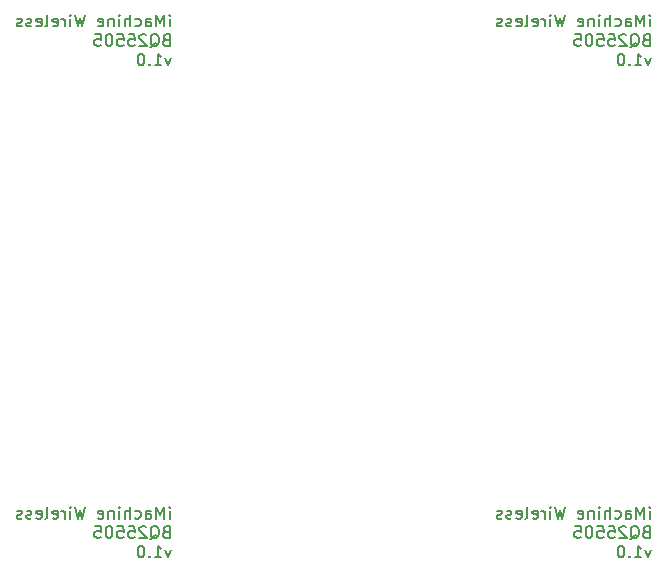
<source format=gbo>
G04 #@! TF.GenerationSoftware,KiCad,Pcbnew,(5.1.10)-1*
G04 #@! TF.CreationDate,2021-08-11T14:43:19-03:00*
G04 #@! TF.ProjectId,BQ25505,42513235-3530-4352-9e6b-696361645f70,rev?*
G04 #@! TF.SameCoordinates,Original*
G04 #@! TF.FileFunction,Legend,Bot*
G04 #@! TF.FilePolarity,Positive*
%FSLAX46Y46*%
G04 Gerber Fmt 4.6, Leading zero omitted, Abs format (unit mm)*
G04 Created by KiCad (PCBNEW (5.1.10)-1) date 2021-08-11 14:43:19*
%MOMM*%
%LPD*%
G01*
G04 APERTURE LIST*
%ADD10C,0.150000*%
%ADD11O,1.802000X1.802000*%
%ADD12C,0.610000*%
%ADD13C,3.102000*%
%ADD14O,3.102000X3.102000*%
G04 APERTURE END LIST*
D10*
X223946404Y-139522380D02*
X223946404Y-138855714D01*
X223946404Y-138522380D02*
X223994023Y-138570000D01*
X223946404Y-138617619D01*
X223898785Y-138570000D01*
X223946404Y-138522380D01*
X223946404Y-138617619D01*
X223470214Y-139522380D02*
X223470214Y-138522380D01*
X223136880Y-139236666D01*
X222803547Y-138522380D01*
X222803547Y-139522380D01*
X221898785Y-139522380D02*
X221898785Y-138998571D01*
X221946404Y-138903333D01*
X222041642Y-138855714D01*
X222232119Y-138855714D01*
X222327357Y-138903333D01*
X221898785Y-139474761D02*
X221994023Y-139522380D01*
X222232119Y-139522380D01*
X222327357Y-139474761D01*
X222374976Y-139379523D01*
X222374976Y-139284285D01*
X222327357Y-139189047D01*
X222232119Y-139141428D01*
X221994023Y-139141428D01*
X221898785Y-139093809D01*
X220994023Y-139474761D02*
X221089261Y-139522380D01*
X221279738Y-139522380D01*
X221374976Y-139474761D01*
X221422595Y-139427142D01*
X221470214Y-139331904D01*
X221470214Y-139046190D01*
X221422595Y-138950952D01*
X221374976Y-138903333D01*
X221279738Y-138855714D01*
X221089261Y-138855714D01*
X220994023Y-138903333D01*
X220565452Y-139522380D02*
X220565452Y-138522380D01*
X220136880Y-139522380D02*
X220136880Y-138998571D01*
X220184500Y-138903333D01*
X220279738Y-138855714D01*
X220422595Y-138855714D01*
X220517833Y-138903333D01*
X220565452Y-138950952D01*
X219660690Y-139522380D02*
X219660690Y-138855714D01*
X219660690Y-138522380D02*
X219708309Y-138570000D01*
X219660690Y-138617619D01*
X219613071Y-138570000D01*
X219660690Y-138522380D01*
X219660690Y-138617619D01*
X219184500Y-138855714D02*
X219184500Y-139522380D01*
X219184500Y-138950952D02*
X219136880Y-138903333D01*
X219041642Y-138855714D01*
X218898785Y-138855714D01*
X218803547Y-138903333D01*
X218755928Y-138998571D01*
X218755928Y-139522380D01*
X217898785Y-139474761D02*
X217994023Y-139522380D01*
X218184500Y-139522380D01*
X218279738Y-139474761D01*
X218327357Y-139379523D01*
X218327357Y-138998571D01*
X218279738Y-138903333D01*
X218184500Y-138855714D01*
X217994023Y-138855714D01*
X217898785Y-138903333D01*
X217851166Y-138998571D01*
X217851166Y-139093809D01*
X218327357Y-139189047D01*
X216755928Y-138522380D02*
X216517833Y-139522380D01*
X216327357Y-138808095D01*
X216136880Y-139522380D01*
X215898785Y-138522380D01*
X215517833Y-139522380D02*
X215517833Y-138855714D01*
X215517833Y-138522380D02*
X215565452Y-138570000D01*
X215517833Y-138617619D01*
X215470214Y-138570000D01*
X215517833Y-138522380D01*
X215517833Y-138617619D01*
X215041642Y-139522380D02*
X215041642Y-138855714D01*
X215041642Y-139046190D02*
X214994023Y-138950952D01*
X214946404Y-138903333D01*
X214851166Y-138855714D01*
X214755928Y-138855714D01*
X214041642Y-139474761D02*
X214136880Y-139522380D01*
X214327357Y-139522380D01*
X214422595Y-139474761D01*
X214470214Y-139379523D01*
X214470214Y-138998571D01*
X214422595Y-138903333D01*
X214327357Y-138855714D01*
X214136880Y-138855714D01*
X214041642Y-138903333D01*
X213994023Y-138998571D01*
X213994023Y-139093809D01*
X214470214Y-139189047D01*
X213422595Y-139522380D02*
X213517833Y-139474761D01*
X213565452Y-139379523D01*
X213565452Y-138522380D01*
X212660690Y-139474761D02*
X212755928Y-139522380D01*
X212946404Y-139522380D01*
X213041642Y-139474761D01*
X213089261Y-139379523D01*
X213089261Y-138998571D01*
X213041642Y-138903333D01*
X212946404Y-138855714D01*
X212755928Y-138855714D01*
X212660690Y-138903333D01*
X212613071Y-138998571D01*
X212613071Y-139093809D01*
X213089261Y-139189047D01*
X212232119Y-139474761D02*
X212136880Y-139522380D01*
X211946404Y-139522380D01*
X211851166Y-139474761D01*
X211803547Y-139379523D01*
X211803547Y-139331904D01*
X211851166Y-139236666D01*
X211946404Y-139189047D01*
X212089261Y-139189047D01*
X212184500Y-139141428D01*
X212232119Y-139046190D01*
X212232119Y-138998571D01*
X212184500Y-138903333D01*
X212089261Y-138855714D01*
X211946404Y-138855714D01*
X211851166Y-138903333D01*
X211422595Y-139474761D02*
X211327357Y-139522380D01*
X211136880Y-139522380D01*
X211041642Y-139474761D01*
X210994023Y-139379523D01*
X210994023Y-139331904D01*
X211041642Y-139236666D01*
X211136880Y-139189047D01*
X211279738Y-139189047D01*
X211374976Y-139141428D01*
X211422595Y-139046190D01*
X211422595Y-138998571D01*
X211374976Y-138903333D01*
X211279738Y-138855714D01*
X211136880Y-138855714D01*
X211041642Y-138903333D01*
X223613071Y-140648571D02*
X223470214Y-140696190D01*
X223422595Y-140743809D01*
X223374976Y-140839047D01*
X223374976Y-140981904D01*
X223422595Y-141077142D01*
X223470214Y-141124761D01*
X223565452Y-141172380D01*
X223946404Y-141172380D01*
X223946404Y-140172380D01*
X223613071Y-140172380D01*
X223517833Y-140220000D01*
X223470214Y-140267619D01*
X223422595Y-140362857D01*
X223422595Y-140458095D01*
X223470214Y-140553333D01*
X223517833Y-140600952D01*
X223613071Y-140648571D01*
X223946404Y-140648571D01*
X222279738Y-141267619D02*
X222374976Y-141220000D01*
X222470214Y-141124761D01*
X222613071Y-140981904D01*
X222708309Y-140934285D01*
X222803547Y-140934285D01*
X222755928Y-141172380D02*
X222851166Y-141124761D01*
X222946404Y-141029523D01*
X222994023Y-140839047D01*
X222994023Y-140505714D01*
X222946404Y-140315238D01*
X222851166Y-140220000D01*
X222755928Y-140172380D01*
X222565452Y-140172380D01*
X222470214Y-140220000D01*
X222374976Y-140315238D01*
X222327357Y-140505714D01*
X222327357Y-140839047D01*
X222374976Y-141029523D01*
X222470214Y-141124761D01*
X222565452Y-141172380D01*
X222755928Y-141172380D01*
X221946404Y-140267619D02*
X221898785Y-140220000D01*
X221803547Y-140172380D01*
X221565452Y-140172380D01*
X221470214Y-140220000D01*
X221422595Y-140267619D01*
X221374976Y-140362857D01*
X221374976Y-140458095D01*
X221422595Y-140600952D01*
X221994023Y-141172380D01*
X221374976Y-141172380D01*
X220470214Y-140172380D02*
X220946404Y-140172380D01*
X220994023Y-140648571D01*
X220946404Y-140600952D01*
X220851166Y-140553333D01*
X220613071Y-140553333D01*
X220517833Y-140600952D01*
X220470214Y-140648571D01*
X220422595Y-140743809D01*
X220422595Y-140981904D01*
X220470214Y-141077142D01*
X220517833Y-141124761D01*
X220613071Y-141172380D01*
X220851166Y-141172380D01*
X220946404Y-141124761D01*
X220994023Y-141077142D01*
X219517833Y-140172380D02*
X219994023Y-140172380D01*
X220041642Y-140648571D01*
X219994023Y-140600952D01*
X219898785Y-140553333D01*
X219660690Y-140553333D01*
X219565452Y-140600952D01*
X219517833Y-140648571D01*
X219470214Y-140743809D01*
X219470214Y-140981904D01*
X219517833Y-141077142D01*
X219565452Y-141124761D01*
X219660690Y-141172380D01*
X219898785Y-141172380D01*
X219994023Y-141124761D01*
X220041642Y-141077142D01*
X218851166Y-140172380D02*
X218755928Y-140172380D01*
X218660690Y-140220000D01*
X218613071Y-140267619D01*
X218565452Y-140362857D01*
X218517833Y-140553333D01*
X218517833Y-140791428D01*
X218565452Y-140981904D01*
X218613071Y-141077142D01*
X218660690Y-141124761D01*
X218755928Y-141172380D01*
X218851166Y-141172380D01*
X218946404Y-141124761D01*
X218994023Y-141077142D01*
X219041642Y-140981904D01*
X219089261Y-140791428D01*
X219089261Y-140553333D01*
X219041642Y-140362857D01*
X218994023Y-140267619D01*
X218946404Y-140220000D01*
X218851166Y-140172380D01*
X217613071Y-140172380D02*
X218089261Y-140172380D01*
X218136880Y-140648571D01*
X218089261Y-140600952D01*
X217994023Y-140553333D01*
X217755928Y-140553333D01*
X217660690Y-140600952D01*
X217613071Y-140648571D01*
X217565452Y-140743809D01*
X217565452Y-140981904D01*
X217613071Y-141077142D01*
X217660690Y-141124761D01*
X217755928Y-141172380D01*
X217994023Y-141172380D01*
X218089261Y-141124761D01*
X218136880Y-141077142D01*
X224041642Y-142155714D02*
X223803547Y-142822380D01*
X223565452Y-142155714D01*
X222660690Y-142822380D02*
X223232119Y-142822380D01*
X222946404Y-142822380D02*
X222946404Y-141822380D01*
X223041642Y-141965238D01*
X223136880Y-142060476D01*
X223232119Y-142108095D01*
X222232119Y-142727142D02*
X222184500Y-142774761D01*
X222232119Y-142822380D01*
X222279738Y-142774761D01*
X222232119Y-142727142D01*
X222232119Y-142822380D01*
X221565452Y-141822380D02*
X221470214Y-141822380D01*
X221374976Y-141870000D01*
X221327357Y-141917619D01*
X221279738Y-142012857D01*
X221232119Y-142203333D01*
X221232119Y-142441428D01*
X221279738Y-142631904D01*
X221327357Y-142727142D01*
X221374976Y-142774761D01*
X221470214Y-142822380D01*
X221565452Y-142822380D01*
X221660690Y-142774761D01*
X221708309Y-142727142D01*
X221755928Y-142631904D01*
X221803547Y-142441428D01*
X221803547Y-142203333D01*
X221755928Y-142012857D01*
X221708309Y-141917619D01*
X221660690Y-141870000D01*
X221565452Y-141822380D01*
X223946404Y-97862380D02*
X223946404Y-97195714D01*
X223946404Y-96862380D02*
X223994023Y-96910000D01*
X223946404Y-96957619D01*
X223898785Y-96910000D01*
X223946404Y-96862380D01*
X223946404Y-96957619D01*
X223470214Y-97862380D02*
X223470214Y-96862380D01*
X223136880Y-97576666D01*
X222803547Y-96862380D01*
X222803547Y-97862380D01*
X221898785Y-97862380D02*
X221898785Y-97338571D01*
X221946404Y-97243333D01*
X222041642Y-97195714D01*
X222232119Y-97195714D01*
X222327357Y-97243333D01*
X221898785Y-97814761D02*
X221994023Y-97862380D01*
X222232119Y-97862380D01*
X222327357Y-97814761D01*
X222374976Y-97719523D01*
X222374976Y-97624285D01*
X222327357Y-97529047D01*
X222232119Y-97481428D01*
X221994023Y-97481428D01*
X221898785Y-97433809D01*
X220994023Y-97814761D02*
X221089261Y-97862380D01*
X221279738Y-97862380D01*
X221374976Y-97814761D01*
X221422595Y-97767142D01*
X221470214Y-97671904D01*
X221470214Y-97386190D01*
X221422595Y-97290952D01*
X221374976Y-97243333D01*
X221279738Y-97195714D01*
X221089261Y-97195714D01*
X220994023Y-97243333D01*
X220565452Y-97862380D02*
X220565452Y-96862380D01*
X220136880Y-97862380D02*
X220136880Y-97338571D01*
X220184500Y-97243333D01*
X220279738Y-97195714D01*
X220422595Y-97195714D01*
X220517833Y-97243333D01*
X220565452Y-97290952D01*
X219660690Y-97862380D02*
X219660690Y-97195714D01*
X219660690Y-96862380D02*
X219708309Y-96910000D01*
X219660690Y-96957619D01*
X219613071Y-96910000D01*
X219660690Y-96862380D01*
X219660690Y-96957619D01*
X219184500Y-97195714D02*
X219184500Y-97862380D01*
X219184500Y-97290952D02*
X219136880Y-97243333D01*
X219041642Y-97195714D01*
X218898785Y-97195714D01*
X218803547Y-97243333D01*
X218755928Y-97338571D01*
X218755928Y-97862380D01*
X217898785Y-97814761D02*
X217994023Y-97862380D01*
X218184500Y-97862380D01*
X218279738Y-97814761D01*
X218327357Y-97719523D01*
X218327357Y-97338571D01*
X218279738Y-97243333D01*
X218184500Y-97195714D01*
X217994023Y-97195714D01*
X217898785Y-97243333D01*
X217851166Y-97338571D01*
X217851166Y-97433809D01*
X218327357Y-97529047D01*
X216755928Y-96862380D02*
X216517833Y-97862380D01*
X216327357Y-97148095D01*
X216136880Y-97862380D01*
X215898785Y-96862380D01*
X215517833Y-97862380D02*
X215517833Y-97195714D01*
X215517833Y-96862380D02*
X215565452Y-96910000D01*
X215517833Y-96957619D01*
X215470214Y-96910000D01*
X215517833Y-96862380D01*
X215517833Y-96957619D01*
X215041642Y-97862380D02*
X215041642Y-97195714D01*
X215041642Y-97386190D02*
X214994023Y-97290952D01*
X214946404Y-97243333D01*
X214851166Y-97195714D01*
X214755928Y-97195714D01*
X214041642Y-97814761D02*
X214136880Y-97862380D01*
X214327357Y-97862380D01*
X214422595Y-97814761D01*
X214470214Y-97719523D01*
X214470214Y-97338571D01*
X214422595Y-97243333D01*
X214327357Y-97195714D01*
X214136880Y-97195714D01*
X214041642Y-97243333D01*
X213994023Y-97338571D01*
X213994023Y-97433809D01*
X214470214Y-97529047D01*
X213422595Y-97862380D02*
X213517833Y-97814761D01*
X213565452Y-97719523D01*
X213565452Y-96862380D01*
X212660690Y-97814761D02*
X212755928Y-97862380D01*
X212946404Y-97862380D01*
X213041642Y-97814761D01*
X213089261Y-97719523D01*
X213089261Y-97338571D01*
X213041642Y-97243333D01*
X212946404Y-97195714D01*
X212755928Y-97195714D01*
X212660690Y-97243333D01*
X212613071Y-97338571D01*
X212613071Y-97433809D01*
X213089261Y-97529047D01*
X212232119Y-97814761D02*
X212136880Y-97862380D01*
X211946404Y-97862380D01*
X211851166Y-97814761D01*
X211803547Y-97719523D01*
X211803547Y-97671904D01*
X211851166Y-97576666D01*
X211946404Y-97529047D01*
X212089261Y-97529047D01*
X212184500Y-97481428D01*
X212232119Y-97386190D01*
X212232119Y-97338571D01*
X212184500Y-97243333D01*
X212089261Y-97195714D01*
X211946404Y-97195714D01*
X211851166Y-97243333D01*
X211422595Y-97814761D02*
X211327357Y-97862380D01*
X211136880Y-97862380D01*
X211041642Y-97814761D01*
X210994023Y-97719523D01*
X210994023Y-97671904D01*
X211041642Y-97576666D01*
X211136880Y-97529047D01*
X211279738Y-97529047D01*
X211374976Y-97481428D01*
X211422595Y-97386190D01*
X211422595Y-97338571D01*
X211374976Y-97243333D01*
X211279738Y-97195714D01*
X211136880Y-97195714D01*
X211041642Y-97243333D01*
X223613071Y-98988571D02*
X223470214Y-99036190D01*
X223422595Y-99083809D01*
X223374976Y-99179047D01*
X223374976Y-99321904D01*
X223422595Y-99417142D01*
X223470214Y-99464761D01*
X223565452Y-99512380D01*
X223946404Y-99512380D01*
X223946404Y-98512380D01*
X223613071Y-98512380D01*
X223517833Y-98560000D01*
X223470214Y-98607619D01*
X223422595Y-98702857D01*
X223422595Y-98798095D01*
X223470214Y-98893333D01*
X223517833Y-98940952D01*
X223613071Y-98988571D01*
X223946404Y-98988571D01*
X222279738Y-99607619D02*
X222374976Y-99560000D01*
X222470214Y-99464761D01*
X222613071Y-99321904D01*
X222708309Y-99274285D01*
X222803547Y-99274285D01*
X222755928Y-99512380D02*
X222851166Y-99464761D01*
X222946404Y-99369523D01*
X222994023Y-99179047D01*
X222994023Y-98845714D01*
X222946404Y-98655238D01*
X222851166Y-98560000D01*
X222755928Y-98512380D01*
X222565452Y-98512380D01*
X222470214Y-98560000D01*
X222374976Y-98655238D01*
X222327357Y-98845714D01*
X222327357Y-99179047D01*
X222374976Y-99369523D01*
X222470214Y-99464761D01*
X222565452Y-99512380D01*
X222755928Y-99512380D01*
X221946404Y-98607619D02*
X221898785Y-98560000D01*
X221803547Y-98512380D01*
X221565452Y-98512380D01*
X221470214Y-98560000D01*
X221422595Y-98607619D01*
X221374976Y-98702857D01*
X221374976Y-98798095D01*
X221422595Y-98940952D01*
X221994023Y-99512380D01*
X221374976Y-99512380D01*
X220470214Y-98512380D02*
X220946404Y-98512380D01*
X220994023Y-98988571D01*
X220946404Y-98940952D01*
X220851166Y-98893333D01*
X220613071Y-98893333D01*
X220517833Y-98940952D01*
X220470214Y-98988571D01*
X220422595Y-99083809D01*
X220422595Y-99321904D01*
X220470214Y-99417142D01*
X220517833Y-99464761D01*
X220613071Y-99512380D01*
X220851166Y-99512380D01*
X220946404Y-99464761D01*
X220994023Y-99417142D01*
X219517833Y-98512380D02*
X219994023Y-98512380D01*
X220041642Y-98988571D01*
X219994023Y-98940952D01*
X219898785Y-98893333D01*
X219660690Y-98893333D01*
X219565452Y-98940952D01*
X219517833Y-98988571D01*
X219470214Y-99083809D01*
X219470214Y-99321904D01*
X219517833Y-99417142D01*
X219565452Y-99464761D01*
X219660690Y-99512380D01*
X219898785Y-99512380D01*
X219994023Y-99464761D01*
X220041642Y-99417142D01*
X218851166Y-98512380D02*
X218755928Y-98512380D01*
X218660690Y-98560000D01*
X218613071Y-98607619D01*
X218565452Y-98702857D01*
X218517833Y-98893333D01*
X218517833Y-99131428D01*
X218565452Y-99321904D01*
X218613071Y-99417142D01*
X218660690Y-99464761D01*
X218755928Y-99512380D01*
X218851166Y-99512380D01*
X218946404Y-99464761D01*
X218994023Y-99417142D01*
X219041642Y-99321904D01*
X219089261Y-99131428D01*
X219089261Y-98893333D01*
X219041642Y-98702857D01*
X218994023Y-98607619D01*
X218946404Y-98560000D01*
X218851166Y-98512380D01*
X217613071Y-98512380D02*
X218089261Y-98512380D01*
X218136880Y-98988571D01*
X218089261Y-98940952D01*
X217994023Y-98893333D01*
X217755928Y-98893333D01*
X217660690Y-98940952D01*
X217613071Y-98988571D01*
X217565452Y-99083809D01*
X217565452Y-99321904D01*
X217613071Y-99417142D01*
X217660690Y-99464761D01*
X217755928Y-99512380D01*
X217994023Y-99512380D01*
X218089261Y-99464761D01*
X218136880Y-99417142D01*
X224041642Y-100495714D02*
X223803547Y-101162380D01*
X223565452Y-100495714D01*
X222660690Y-101162380D02*
X223232119Y-101162380D01*
X222946404Y-101162380D02*
X222946404Y-100162380D01*
X223041642Y-100305238D01*
X223136880Y-100400476D01*
X223232119Y-100448095D01*
X222232119Y-101067142D02*
X222184500Y-101114761D01*
X222232119Y-101162380D01*
X222279738Y-101114761D01*
X222232119Y-101067142D01*
X222232119Y-101162380D01*
X221565452Y-100162380D02*
X221470214Y-100162380D01*
X221374976Y-100210000D01*
X221327357Y-100257619D01*
X221279738Y-100352857D01*
X221232119Y-100543333D01*
X221232119Y-100781428D01*
X221279738Y-100971904D01*
X221327357Y-101067142D01*
X221374976Y-101114761D01*
X221470214Y-101162380D01*
X221565452Y-101162380D01*
X221660690Y-101114761D01*
X221708309Y-101067142D01*
X221755928Y-100971904D01*
X221803547Y-100781428D01*
X221803547Y-100543333D01*
X221755928Y-100352857D01*
X221708309Y-100257619D01*
X221660690Y-100210000D01*
X221565452Y-100162380D01*
X183306404Y-139522380D02*
X183306404Y-138855714D01*
X183306404Y-138522380D02*
X183354023Y-138570000D01*
X183306404Y-138617619D01*
X183258785Y-138570000D01*
X183306404Y-138522380D01*
X183306404Y-138617619D01*
X182830214Y-139522380D02*
X182830214Y-138522380D01*
X182496880Y-139236666D01*
X182163547Y-138522380D01*
X182163547Y-139522380D01*
X181258785Y-139522380D02*
X181258785Y-138998571D01*
X181306404Y-138903333D01*
X181401642Y-138855714D01*
X181592119Y-138855714D01*
X181687357Y-138903333D01*
X181258785Y-139474761D02*
X181354023Y-139522380D01*
X181592119Y-139522380D01*
X181687357Y-139474761D01*
X181734976Y-139379523D01*
X181734976Y-139284285D01*
X181687357Y-139189047D01*
X181592119Y-139141428D01*
X181354023Y-139141428D01*
X181258785Y-139093809D01*
X180354023Y-139474761D02*
X180449261Y-139522380D01*
X180639738Y-139522380D01*
X180734976Y-139474761D01*
X180782595Y-139427142D01*
X180830214Y-139331904D01*
X180830214Y-139046190D01*
X180782595Y-138950952D01*
X180734976Y-138903333D01*
X180639738Y-138855714D01*
X180449261Y-138855714D01*
X180354023Y-138903333D01*
X179925452Y-139522380D02*
X179925452Y-138522380D01*
X179496880Y-139522380D02*
X179496880Y-138998571D01*
X179544500Y-138903333D01*
X179639738Y-138855714D01*
X179782595Y-138855714D01*
X179877833Y-138903333D01*
X179925452Y-138950952D01*
X179020690Y-139522380D02*
X179020690Y-138855714D01*
X179020690Y-138522380D02*
X179068309Y-138570000D01*
X179020690Y-138617619D01*
X178973071Y-138570000D01*
X179020690Y-138522380D01*
X179020690Y-138617619D01*
X178544500Y-138855714D02*
X178544500Y-139522380D01*
X178544500Y-138950952D02*
X178496880Y-138903333D01*
X178401642Y-138855714D01*
X178258785Y-138855714D01*
X178163547Y-138903333D01*
X178115928Y-138998571D01*
X178115928Y-139522380D01*
X177258785Y-139474761D02*
X177354023Y-139522380D01*
X177544500Y-139522380D01*
X177639738Y-139474761D01*
X177687357Y-139379523D01*
X177687357Y-138998571D01*
X177639738Y-138903333D01*
X177544500Y-138855714D01*
X177354023Y-138855714D01*
X177258785Y-138903333D01*
X177211166Y-138998571D01*
X177211166Y-139093809D01*
X177687357Y-139189047D01*
X176115928Y-138522380D02*
X175877833Y-139522380D01*
X175687357Y-138808095D01*
X175496880Y-139522380D01*
X175258785Y-138522380D01*
X174877833Y-139522380D02*
X174877833Y-138855714D01*
X174877833Y-138522380D02*
X174925452Y-138570000D01*
X174877833Y-138617619D01*
X174830214Y-138570000D01*
X174877833Y-138522380D01*
X174877833Y-138617619D01*
X174401642Y-139522380D02*
X174401642Y-138855714D01*
X174401642Y-139046190D02*
X174354023Y-138950952D01*
X174306404Y-138903333D01*
X174211166Y-138855714D01*
X174115928Y-138855714D01*
X173401642Y-139474761D02*
X173496880Y-139522380D01*
X173687357Y-139522380D01*
X173782595Y-139474761D01*
X173830214Y-139379523D01*
X173830214Y-138998571D01*
X173782595Y-138903333D01*
X173687357Y-138855714D01*
X173496880Y-138855714D01*
X173401642Y-138903333D01*
X173354023Y-138998571D01*
X173354023Y-139093809D01*
X173830214Y-139189047D01*
X172782595Y-139522380D02*
X172877833Y-139474761D01*
X172925452Y-139379523D01*
X172925452Y-138522380D01*
X172020690Y-139474761D02*
X172115928Y-139522380D01*
X172306404Y-139522380D01*
X172401642Y-139474761D01*
X172449261Y-139379523D01*
X172449261Y-138998571D01*
X172401642Y-138903333D01*
X172306404Y-138855714D01*
X172115928Y-138855714D01*
X172020690Y-138903333D01*
X171973071Y-138998571D01*
X171973071Y-139093809D01*
X172449261Y-139189047D01*
X171592119Y-139474761D02*
X171496880Y-139522380D01*
X171306404Y-139522380D01*
X171211166Y-139474761D01*
X171163547Y-139379523D01*
X171163547Y-139331904D01*
X171211166Y-139236666D01*
X171306404Y-139189047D01*
X171449261Y-139189047D01*
X171544500Y-139141428D01*
X171592119Y-139046190D01*
X171592119Y-138998571D01*
X171544500Y-138903333D01*
X171449261Y-138855714D01*
X171306404Y-138855714D01*
X171211166Y-138903333D01*
X170782595Y-139474761D02*
X170687357Y-139522380D01*
X170496880Y-139522380D01*
X170401642Y-139474761D01*
X170354023Y-139379523D01*
X170354023Y-139331904D01*
X170401642Y-139236666D01*
X170496880Y-139189047D01*
X170639738Y-139189047D01*
X170734976Y-139141428D01*
X170782595Y-139046190D01*
X170782595Y-138998571D01*
X170734976Y-138903333D01*
X170639738Y-138855714D01*
X170496880Y-138855714D01*
X170401642Y-138903333D01*
X182973071Y-140648571D02*
X182830214Y-140696190D01*
X182782595Y-140743809D01*
X182734976Y-140839047D01*
X182734976Y-140981904D01*
X182782595Y-141077142D01*
X182830214Y-141124761D01*
X182925452Y-141172380D01*
X183306404Y-141172380D01*
X183306404Y-140172380D01*
X182973071Y-140172380D01*
X182877833Y-140220000D01*
X182830214Y-140267619D01*
X182782595Y-140362857D01*
X182782595Y-140458095D01*
X182830214Y-140553333D01*
X182877833Y-140600952D01*
X182973071Y-140648571D01*
X183306404Y-140648571D01*
X181639738Y-141267619D02*
X181734976Y-141220000D01*
X181830214Y-141124761D01*
X181973071Y-140981904D01*
X182068309Y-140934285D01*
X182163547Y-140934285D01*
X182115928Y-141172380D02*
X182211166Y-141124761D01*
X182306404Y-141029523D01*
X182354023Y-140839047D01*
X182354023Y-140505714D01*
X182306404Y-140315238D01*
X182211166Y-140220000D01*
X182115928Y-140172380D01*
X181925452Y-140172380D01*
X181830214Y-140220000D01*
X181734976Y-140315238D01*
X181687357Y-140505714D01*
X181687357Y-140839047D01*
X181734976Y-141029523D01*
X181830214Y-141124761D01*
X181925452Y-141172380D01*
X182115928Y-141172380D01*
X181306404Y-140267619D02*
X181258785Y-140220000D01*
X181163547Y-140172380D01*
X180925452Y-140172380D01*
X180830214Y-140220000D01*
X180782595Y-140267619D01*
X180734976Y-140362857D01*
X180734976Y-140458095D01*
X180782595Y-140600952D01*
X181354023Y-141172380D01*
X180734976Y-141172380D01*
X179830214Y-140172380D02*
X180306404Y-140172380D01*
X180354023Y-140648571D01*
X180306404Y-140600952D01*
X180211166Y-140553333D01*
X179973071Y-140553333D01*
X179877833Y-140600952D01*
X179830214Y-140648571D01*
X179782595Y-140743809D01*
X179782595Y-140981904D01*
X179830214Y-141077142D01*
X179877833Y-141124761D01*
X179973071Y-141172380D01*
X180211166Y-141172380D01*
X180306404Y-141124761D01*
X180354023Y-141077142D01*
X178877833Y-140172380D02*
X179354023Y-140172380D01*
X179401642Y-140648571D01*
X179354023Y-140600952D01*
X179258785Y-140553333D01*
X179020690Y-140553333D01*
X178925452Y-140600952D01*
X178877833Y-140648571D01*
X178830214Y-140743809D01*
X178830214Y-140981904D01*
X178877833Y-141077142D01*
X178925452Y-141124761D01*
X179020690Y-141172380D01*
X179258785Y-141172380D01*
X179354023Y-141124761D01*
X179401642Y-141077142D01*
X178211166Y-140172380D02*
X178115928Y-140172380D01*
X178020690Y-140220000D01*
X177973071Y-140267619D01*
X177925452Y-140362857D01*
X177877833Y-140553333D01*
X177877833Y-140791428D01*
X177925452Y-140981904D01*
X177973071Y-141077142D01*
X178020690Y-141124761D01*
X178115928Y-141172380D01*
X178211166Y-141172380D01*
X178306404Y-141124761D01*
X178354023Y-141077142D01*
X178401642Y-140981904D01*
X178449261Y-140791428D01*
X178449261Y-140553333D01*
X178401642Y-140362857D01*
X178354023Y-140267619D01*
X178306404Y-140220000D01*
X178211166Y-140172380D01*
X176973071Y-140172380D02*
X177449261Y-140172380D01*
X177496880Y-140648571D01*
X177449261Y-140600952D01*
X177354023Y-140553333D01*
X177115928Y-140553333D01*
X177020690Y-140600952D01*
X176973071Y-140648571D01*
X176925452Y-140743809D01*
X176925452Y-140981904D01*
X176973071Y-141077142D01*
X177020690Y-141124761D01*
X177115928Y-141172380D01*
X177354023Y-141172380D01*
X177449261Y-141124761D01*
X177496880Y-141077142D01*
X183401642Y-142155714D02*
X183163547Y-142822380D01*
X182925452Y-142155714D01*
X182020690Y-142822380D02*
X182592119Y-142822380D01*
X182306404Y-142822380D02*
X182306404Y-141822380D01*
X182401642Y-141965238D01*
X182496880Y-142060476D01*
X182592119Y-142108095D01*
X181592119Y-142727142D02*
X181544500Y-142774761D01*
X181592119Y-142822380D01*
X181639738Y-142774761D01*
X181592119Y-142727142D01*
X181592119Y-142822380D01*
X180925452Y-141822380D02*
X180830214Y-141822380D01*
X180734976Y-141870000D01*
X180687357Y-141917619D01*
X180639738Y-142012857D01*
X180592119Y-142203333D01*
X180592119Y-142441428D01*
X180639738Y-142631904D01*
X180687357Y-142727142D01*
X180734976Y-142774761D01*
X180830214Y-142822380D01*
X180925452Y-142822380D01*
X181020690Y-142774761D01*
X181068309Y-142727142D01*
X181115928Y-142631904D01*
X181163547Y-142441428D01*
X181163547Y-142203333D01*
X181115928Y-142012857D01*
X181068309Y-141917619D01*
X181020690Y-141870000D01*
X180925452Y-141822380D01*
X183306404Y-97862380D02*
X183306404Y-97195714D01*
X183306404Y-96862380D02*
X183354023Y-96910000D01*
X183306404Y-96957619D01*
X183258785Y-96910000D01*
X183306404Y-96862380D01*
X183306404Y-96957619D01*
X182830214Y-97862380D02*
X182830214Y-96862380D01*
X182496880Y-97576666D01*
X182163547Y-96862380D01*
X182163547Y-97862380D01*
X181258785Y-97862380D02*
X181258785Y-97338571D01*
X181306404Y-97243333D01*
X181401642Y-97195714D01*
X181592119Y-97195714D01*
X181687357Y-97243333D01*
X181258785Y-97814761D02*
X181354023Y-97862380D01*
X181592119Y-97862380D01*
X181687357Y-97814761D01*
X181734976Y-97719523D01*
X181734976Y-97624285D01*
X181687357Y-97529047D01*
X181592119Y-97481428D01*
X181354023Y-97481428D01*
X181258785Y-97433809D01*
X180354023Y-97814761D02*
X180449261Y-97862380D01*
X180639738Y-97862380D01*
X180734976Y-97814761D01*
X180782595Y-97767142D01*
X180830214Y-97671904D01*
X180830214Y-97386190D01*
X180782595Y-97290952D01*
X180734976Y-97243333D01*
X180639738Y-97195714D01*
X180449261Y-97195714D01*
X180354023Y-97243333D01*
X179925452Y-97862380D02*
X179925452Y-96862380D01*
X179496880Y-97862380D02*
X179496880Y-97338571D01*
X179544500Y-97243333D01*
X179639738Y-97195714D01*
X179782595Y-97195714D01*
X179877833Y-97243333D01*
X179925452Y-97290952D01*
X179020690Y-97862380D02*
X179020690Y-97195714D01*
X179020690Y-96862380D02*
X179068309Y-96910000D01*
X179020690Y-96957619D01*
X178973071Y-96910000D01*
X179020690Y-96862380D01*
X179020690Y-96957619D01*
X178544500Y-97195714D02*
X178544500Y-97862380D01*
X178544500Y-97290952D02*
X178496880Y-97243333D01*
X178401642Y-97195714D01*
X178258785Y-97195714D01*
X178163547Y-97243333D01*
X178115928Y-97338571D01*
X178115928Y-97862380D01*
X177258785Y-97814761D02*
X177354023Y-97862380D01*
X177544500Y-97862380D01*
X177639738Y-97814761D01*
X177687357Y-97719523D01*
X177687357Y-97338571D01*
X177639738Y-97243333D01*
X177544500Y-97195714D01*
X177354023Y-97195714D01*
X177258785Y-97243333D01*
X177211166Y-97338571D01*
X177211166Y-97433809D01*
X177687357Y-97529047D01*
X176115928Y-96862380D02*
X175877833Y-97862380D01*
X175687357Y-97148095D01*
X175496880Y-97862380D01*
X175258785Y-96862380D01*
X174877833Y-97862380D02*
X174877833Y-97195714D01*
X174877833Y-96862380D02*
X174925452Y-96910000D01*
X174877833Y-96957619D01*
X174830214Y-96910000D01*
X174877833Y-96862380D01*
X174877833Y-96957619D01*
X174401642Y-97862380D02*
X174401642Y-97195714D01*
X174401642Y-97386190D02*
X174354023Y-97290952D01*
X174306404Y-97243333D01*
X174211166Y-97195714D01*
X174115928Y-97195714D01*
X173401642Y-97814761D02*
X173496880Y-97862380D01*
X173687357Y-97862380D01*
X173782595Y-97814761D01*
X173830214Y-97719523D01*
X173830214Y-97338571D01*
X173782595Y-97243333D01*
X173687357Y-97195714D01*
X173496880Y-97195714D01*
X173401642Y-97243333D01*
X173354023Y-97338571D01*
X173354023Y-97433809D01*
X173830214Y-97529047D01*
X172782595Y-97862380D02*
X172877833Y-97814761D01*
X172925452Y-97719523D01*
X172925452Y-96862380D01*
X172020690Y-97814761D02*
X172115928Y-97862380D01*
X172306404Y-97862380D01*
X172401642Y-97814761D01*
X172449261Y-97719523D01*
X172449261Y-97338571D01*
X172401642Y-97243333D01*
X172306404Y-97195714D01*
X172115928Y-97195714D01*
X172020690Y-97243333D01*
X171973071Y-97338571D01*
X171973071Y-97433809D01*
X172449261Y-97529047D01*
X171592119Y-97814761D02*
X171496880Y-97862380D01*
X171306404Y-97862380D01*
X171211166Y-97814761D01*
X171163547Y-97719523D01*
X171163547Y-97671904D01*
X171211166Y-97576666D01*
X171306404Y-97529047D01*
X171449261Y-97529047D01*
X171544500Y-97481428D01*
X171592119Y-97386190D01*
X171592119Y-97338571D01*
X171544500Y-97243333D01*
X171449261Y-97195714D01*
X171306404Y-97195714D01*
X171211166Y-97243333D01*
X170782595Y-97814761D02*
X170687357Y-97862380D01*
X170496880Y-97862380D01*
X170401642Y-97814761D01*
X170354023Y-97719523D01*
X170354023Y-97671904D01*
X170401642Y-97576666D01*
X170496880Y-97529047D01*
X170639738Y-97529047D01*
X170734976Y-97481428D01*
X170782595Y-97386190D01*
X170782595Y-97338571D01*
X170734976Y-97243333D01*
X170639738Y-97195714D01*
X170496880Y-97195714D01*
X170401642Y-97243333D01*
X182973071Y-98988571D02*
X182830214Y-99036190D01*
X182782595Y-99083809D01*
X182734976Y-99179047D01*
X182734976Y-99321904D01*
X182782595Y-99417142D01*
X182830214Y-99464761D01*
X182925452Y-99512380D01*
X183306404Y-99512380D01*
X183306404Y-98512380D01*
X182973071Y-98512380D01*
X182877833Y-98560000D01*
X182830214Y-98607619D01*
X182782595Y-98702857D01*
X182782595Y-98798095D01*
X182830214Y-98893333D01*
X182877833Y-98940952D01*
X182973071Y-98988571D01*
X183306404Y-98988571D01*
X181639738Y-99607619D02*
X181734976Y-99560000D01*
X181830214Y-99464761D01*
X181973071Y-99321904D01*
X182068309Y-99274285D01*
X182163547Y-99274285D01*
X182115928Y-99512380D02*
X182211166Y-99464761D01*
X182306404Y-99369523D01*
X182354023Y-99179047D01*
X182354023Y-98845714D01*
X182306404Y-98655238D01*
X182211166Y-98560000D01*
X182115928Y-98512380D01*
X181925452Y-98512380D01*
X181830214Y-98560000D01*
X181734976Y-98655238D01*
X181687357Y-98845714D01*
X181687357Y-99179047D01*
X181734976Y-99369523D01*
X181830214Y-99464761D01*
X181925452Y-99512380D01*
X182115928Y-99512380D01*
X181306404Y-98607619D02*
X181258785Y-98560000D01*
X181163547Y-98512380D01*
X180925452Y-98512380D01*
X180830214Y-98560000D01*
X180782595Y-98607619D01*
X180734976Y-98702857D01*
X180734976Y-98798095D01*
X180782595Y-98940952D01*
X181354023Y-99512380D01*
X180734976Y-99512380D01*
X179830214Y-98512380D02*
X180306404Y-98512380D01*
X180354023Y-98988571D01*
X180306404Y-98940952D01*
X180211166Y-98893333D01*
X179973071Y-98893333D01*
X179877833Y-98940952D01*
X179830214Y-98988571D01*
X179782595Y-99083809D01*
X179782595Y-99321904D01*
X179830214Y-99417142D01*
X179877833Y-99464761D01*
X179973071Y-99512380D01*
X180211166Y-99512380D01*
X180306404Y-99464761D01*
X180354023Y-99417142D01*
X178877833Y-98512380D02*
X179354023Y-98512380D01*
X179401642Y-98988571D01*
X179354023Y-98940952D01*
X179258785Y-98893333D01*
X179020690Y-98893333D01*
X178925452Y-98940952D01*
X178877833Y-98988571D01*
X178830214Y-99083809D01*
X178830214Y-99321904D01*
X178877833Y-99417142D01*
X178925452Y-99464761D01*
X179020690Y-99512380D01*
X179258785Y-99512380D01*
X179354023Y-99464761D01*
X179401642Y-99417142D01*
X178211166Y-98512380D02*
X178115928Y-98512380D01*
X178020690Y-98560000D01*
X177973071Y-98607619D01*
X177925452Y-98702857D01*
X177877833Y-98893333D01*
X177877833Y-99131428D01*
X177925452Y-99321904D01*
X177973071Y-99417142D01*
X178020690Y-99464761D01*
X178115928Y-99512380D01*
X178211166Y-99512380D01*
X178306404Y-99464761D01*
X178354023Y-99417142D01*
X178401642Y-99321904D01*
X178449261Y-99131428D01*
X178449261Y-98893333D01*
X178401642Y-98702857D01*
X178354023Y-98607619D01*
X178306404Y-98560000D01*
X178211166Y-98512380D01*
X176973071Y-98512380D02*
X177449261Y-98512380D01*
X177496880Y-98988571D01*
X177449261Y-98940952D01*
X177354023Y-98893333D01*
X177115928Y-98893333D01*
X177020690Y-98940952D01*
X176973071Y-98988571D01*
X176925452Y-99083809D01*
X176925452Y-99321904D01*
X176973071Y-99417142D01*
X177020690Y-99464761D01*
X177115928Y-99512380D01*
X177354023Y-99512380D01*
X177449261Y-99464761D01*
X177496880Y-99417142D01*
X183401642Y-100495714D02*
X183163547Y-101162380D01*
X182925452Y-100495714D01*
X182020690Y-101162380D02*
X182592119Y-101162380D01*
X182306404Y-101162380D02*
X182306404Y-100162380D01*
X182401642Y-100305238D01*
X182496880Y-100400476D01*
X182592119Y-100448095D01*
X181592119Y-101067142D02*
X181544500Y-101114761D01*
X181592119Y-101162380D01*
X181639738Y-101114761D01*
X181592119Y-101067142D01*
X181592119Y-101162380D01*
X180925452Y-100162380D02*
X180830214Y-100162380D01*
X180734976Y-100210000D01*
X180687357Y-100257619D01*
X180639738Y-100352857D01*
X180592119Y-100543333D01*
X180592119Y-100781428D01*
X180639738Y-100971904D01*
X180687357Y-101067142D01*
X180734976Y-101114761D01*
X180830214Y-101162380D01*
X180925452Y-101162380D01*
X181020690Y-101114761D01*
X181068309Y-101067142D01*
X181115928Y-100971904D01*
X181163547Y-100781428D01*
X181163547Y-100543333D01*
X181115928Y-100352857D01*
X181068309Y-100257619D01*
X181020690Y-100210000D01*
X180925452Y-100162380D01*
%LPC*%
G36*
G01*
X228054800Y-134434200D02*
X229754800Y-134434200D01*
G75*
G02*
X229805800Y-134485200I0J-51000D01*
G01*
X229805800Y-136185200D01*
G75*
G02*
X229754800Y-136236200I-51000J0D01*
G01*
X228054800Y-136236200D01*
G75*
G02*
X228003800Y-136185200I0J51000D01*
G01*
X228003800Y-134485200D01*
G75*
G02*
X228054800Y-134434200I51000J0D01*
G01*
G37*
D11*
X226364800Y-135335200D03*
G36*
G01*
X228054800Y-92774200D02*
X229754800Y-92774200D01*
G75*
G02*
X229805800Y-92825200I0J-51000D01*
G01*
X229805800Y-94525200D01*
G75*
G02*
X229754800Y-94576200I-51000J0D01*
G01*
X228054800Y-94576200D01*
G75*
G02*
X228003800Y-94525200I0J51000D01*
G01*
X228003800Y-92825200D01*
G75*
G02*
X228054800Y-92774200I51000J0D01*
G01*
G37*
X226364800Y-93675200D03*
G36*
G01*
X187414800Y-134434200D02*
X189114800Y-134434200D01*
G75*
G02*
X189165800Y-134485200I0J-51000D01*
G01*
X189165800Y-136185200D01*
G75*
G02*
X189114800Y-136236200I-51000J0D01*
G01*
X187414800Y-136236200D01*
G75*
G02*
X187363800Y-136185200I0J51000D01*
G01*
X187363800Y-134485200D01*
G75*
G02*
X187414800Y-134434200I51000J0D01*
G01*
G37*
X185724800Y-135335200D03*
G36*
G01*
X199556000Y-134434200D02*
X201256000Y-134434200D01*
G75*
G02*
X201307000Y-134485200I0J-51000D01*
G01*
X201307000Y-136185200D01*
G75*
G02*
X201256000Y-136236200I-51000J0D01*
G01*
X199556000Y-136236200D01*
G75*
G02*
X199505000Y-136185200I0J51000D01*
G01*
X199505000Y-134485200D01*
G75*
G02*
X199556000Y-134434200I51000J0D01*
G01*
G37*
X197866000Y-135335200D03*
G36*
G01*
X199556000Y-92774200D02*
X201256000Y-92774200D01*
G75*
G02*
X201307000Y-92825200I0J-51000D01*
G01*
X201307000Y-94525200D01*
G75*
G02*
X201256000Y-94576200I-51000J0D01*
G01*
X199556000Y-94576200D01*
G75*
G02*
X199505000Y-94525200I0J51000D01*
G01*
X199505000Y-92825200D01*
G75*
G02*
X199556000Y-92774200I51000J0D01*
G01*
G37*
X197866000Y-93675200D03*
G36*
G01*
X158916000Y-134434200D02*
X160616000Y-134434200D01*
G75*
G02*
X160667000Y-134485200I0J-51000D01*
G01*
X160667000Y-136185200D01*
G75*
G02*
X160616000Y-136236200I-51000J0D01*
G01*
X158916000Y-136236200D01*
G75*
G02*
X158865000Y-136185200I0J51000D01*
G01*
X158865000Y-134485200D01*
G75*
G02*
X158916000Y-134434200I51000J0D01*
G01*
G37*
X157226000Y-135335200D03*
G36*
G01*
X229793100Y-155300500D02*
X229793100Y-157000500D01*
G75*
G02*
X229742100Y-157051500I-51000J0D01*
G01*
X228042100Y-157051500D01*
G75*
G02*
X227991100Y-157000500I0J51000D01*
G01*
X227991100Y-155300500D01*
G75*
G02*
X228042100Y-155249500I51000J0D01*
G01*
X229742100Y-155249500D01*
G75*
G02*
X229793100Y-155300500I0J-51000D01*
G01*
G37*
X228892100Y-153610500D03*
X228892100Y-151070500D03*
G36*
G01*
X229793100Y-113640500D02*
X229793100Y-115340500D01*
G75*
G02*
X229742100Y-115391500I-51000J0D01*
G01*
X228042100Y-115391500D01*
G75*
G02*
X227991100Y-115340500I0J51000D01*
G01*
X227991100Y-113640500D01*
G75*
G02*
X228042100Y-113589500I51000J0D01*
G01*
X229742100Y-113589500D01*
G75*
G02*
X229793100Y-113640500I0J-51000D01*
G01*
G37*
X228892100Y-111950500D03*
X228892100Y-109410500D03*
G36*
G01*
X189153100Y-155300500D02*
X189153100Y-157000500D01*
G75*
G02*
X189102100Y-157051500I-51000J0D01*
G01*
X187402100Y-157051500D01*
G75*
G02*
X187351100Y-157000500I0J51000D01*
G01*
X187351100Y-155300500D01*
G75*
G02*
X187402100Y-155249500I51000J0D01*
G01*
X189102100Y-155249500D01*
G75*
G02*
X189153100Y-155300500I0J-51000D01*
G01*
G37*
X188252100Y-153610500D03*
X188252100Y-151070500D03*
G36*
G01*
X205855200Y-134434200D02*
X207555200Y-134434200D01*
G75*
G02*
X207606200Y-134485200I0J-51000D01*
G01*
X207606200Y-136185200D01*
G75*
G02*
X207555200Y-136236200I-51000J0D01*
G01*
X205855200Y-136236200D01*
G75*
G02*
X205804200Y-136185200I0J51000D01*
G01*
X205804200Y-134485200D01*
G75*
G02*
X205855200Y-134434200I51000J0D01*
G01*
G37*
X204165200Y-135335200D03*
G36*
G01*
X205855200Y-92774200D02*
X207555200Y-92774200D01*
G75*
G02*
X207606200Y-92825200I0J-51000D01*
G01*
X207606200Y-94525200D01*
G75*
G02*
X207555200Y-94576200I-51000J0D01*
G01*
X205855200Y-94576200D01*
G75*
G02*
X205804200Y-94525200I0J51000D01*
G01*
X205804200Y-92825200D01*
G75*
G02*
X205855200Y-92774200I51000J0D01*
G01*
G37*
X204165200Y-93675200D03*
G36*
G01*
X165215200Y-134434200D02*
X166915200Y-134434200D01*
G75*
G02*
X166966200Y-134485200I0J-51000D01*
G01*
X166966200Y-136185200D01*
G75*
G02*
X166915200Y-136236200I-51000J0D01*
G01*
X165215200Y-136236200D01*
G75*
G02*
X165164200Y-136185200I0J51000D01*
G01*
X165164200Y-134485200D01*
G75*
G02*
X165215200Y-134434200I51000J0D01*
G01*
G37*
X163525200Y-135335200D03*
X210464400Y-135335200D03*
X213004400Y-135335200D03*
G36*
G01*
X214694400Y-134434200D02*
X216394400Y-134434200D01*
G75*
G02*
X216445400Y-134485200I0J-51000D01*
G01*
X216445400Y-136185200D01*
G75*
G02*
X216394400Y-136236200I-51000J0D01*
G01*
X214694400Y-136236200D01*
G75*
G02*
X214643400Y-136185200I0J51000D01*
G01*
X214643400Y-134485200D01*
G75*
G02*
X214694400Y-134434200I51000J0D01*
G01*
G37*
X210464400Y-93675200D03*
X213004400Y-93675200D03*
G36*
G01*
X214694400Y-92774200D02*
X216394400Y-92774200D01*
G75*
G02*
X216445400Y-92825200I0J-51000D01*
G01*
X216445400Y-94525200D01*
G75*
G02*
X216394400Y-94576200I-51000J0D01*
G01*
X214694400Y-94576200D01*
G75*
G02*
X214643400Y-94525200I0J51000D01*
G01*
X214643400Y-92825200D01*
G75*
G02*
X214694400Y-92774200I51000J0D01*
G01*
G37*
X169824400Y-135335200D03*
X172364400Y-135335200D03*
G36*
G01*
X174054400Y-134434200D02*
X175754400Y-134434200D01*
G75*
G02*
X175805400Y-134485200I0J-51000D01*
G01*
X175805400Y-136185200D01*
G75*
G02*
X175754400Y-136236200I-51000J0D01*
G01*
X174054400Y-136236200D01*
G75*
G02*
X174003400Y-136185200I0J51000D01*
G01*
X174003400Y-134485200D01*
G75*
G02*
X174054400Y-134434200I51000J0D01*
G01*
G37*
D12*
X216547700Y-150740300D03*
X216547700Y-151527700D03*
X215760300Y-150740300D03*
X215760300Y-151527700D03*
X216547700Y-109080300D03*
X216547700Y-109867700D03*
X215760300Y-109080300D03*
X215760300Y-109867700D03*
X175907700Y-150740300D03*
X175907700Y-151527700D03*
X175120300Y-150740300D03*
X175120300Y-151527700D03*
G36*
G01*
X229793100Y-146283500D02*
X229793100Y-147983500D01*
G75*
G02*
X229742100Y-148034500I-51000J0D01*
G01*
X228042100Y-148034500D01*
G75*
G02*
X227991100Y-147983500I0J51000D01*
G01*
X227991100Y-146283500D01*
G75*
G02*
X228042100Y-146232500I51000J0D01*
G01*
X229742100Y-146232500D01*
G75*
G02*
X229793100Y-146283500I0J-51000D01*
G01*
G37*
D11*
X228892100Y-144593500D03*
X228892100Y-142053500D03*
G36*
G01*
X229793100Y-104623500D02*
X229793100Y-106323500D01*
G75*
G02*
X229742100Y-106374500I-51000J0D01*
G01*
X228042100Y-106374500D01*
G75*
G02*
X227991100Y-106323500I0J51000D01*
G01*
X227991100Y-104623500D01*
G75*
G02*
X228042100Y-104572500I51000J0D01*
G01*
X229742100Y-104572500D01*
G75*
G02*
X229793100Y-104623500I0J-51000D01*
G01*
G37*
X228892100Y-102933500D03*
X228892100Y-100393500D03*
G36*
G01*
X189153100Y-146283500D02*
X189153100Y-147983500D01*
G75*
G02*
X189102100Y-148034500I-51000J0D01*
G01*
X187402100Y-148034500D01*
G75*
G02*
X187351100Y-147983500I0J51000D01*
G01*
X187351100Y-146283500D01*
G75*
G02*
X187402100Y-146232500I51000J0D01*
G01*
X189102100Y-146232500D01*
G75*
G02*
X189153100Y-146283500I0J-51000D01*
G01*
G37*
X188252100Y-144593500D03*
X188252100Y-142053500D03*
D13*
X199136000Y-146460400D03*
X199136000Y-141380400D03*
X199136000Y-104800400D03*
X199136000Y-99720400D03*
X158496000Y-146460400D03*
X158496000Y-141380400D03*
X231648000Y-131068000D03*
X231648000Y-89408000D03*
X191008000Y-131068000D03*
G36*
G01*
X200636000Y-162235400D02*
X197636000Y-162235400D01*
G75*
G02*
X197585000Y-162184400I0J51000D01*
G01*
X197585000Y-159184400D01*
G75*
G02*
X197636000Y-159133400I51000J0D01*
G01*
X200636000Y-159133400D01*
G75*
G02*
X200687000Y-159184400I0J-51000D01*
G01*
X200687000Y-162184400D01*
G75*
G02*
X200636000Y-162235400I-51000J0D01*
G01*
G37*
D14*
X199136000Y-155604400D03*
G36*
G01*
X200636000Y-120575400D02*
X197636000Y-120575400D01*
G75*
G02*
X197585000Y-120524400I0J51000D01*
G01*
X197585000Y-117524400D01*
G75*
G02*
X197636000Y-117473400I51000J0D01*
G01*
X200636000Y-117473400D01*
G75*
G02*
X200687000Y-117524400I0J-51000D01*
G01*
X200687000Y-120524400D01*
G75*
G02*
X200636000Y-120575400I-51000J0D01*
G01*
G37*
X199136000Y-113944400D03*
G36*
G01*
X159996000Y-162235400D02*
X156996000Y-162235400D01*
G75*
G02*
X156945000Y-162184400I0J51000D01*
G01*
X156945000Y-159184400D01*
G75*
G02*
X156996000Y-159133400I51000J0D01*
G01*
X159996000Y-159133400D01*
G75*
G02*
X160047000Y-159184400I0J-51000D01*
G01*
X160047000Y-162184400D01*
G75*
G02*
X159996000Y-162235400I-51000J0D01*
G01*
G37*
X158496000Y-155604400D03*
G36*
G01*
X221755600Y-134434200D02*
X223455600Y-134434200D01*
G75*
G02*
X223506600Y-134485200I0J-51000D01*
G01*
X223506600Y-136185200D01*
G75*
G02*
X223455600Y-136236200I-51000J0D01*
G01*
X221755600Y-136236200D01*
G75*
G02*
X221704600Y-136185200I0J51000D01*
G01*
X221704600Y-134485200D01*
G75*
G02*
X221755600Y-134434200I51000J0D01*
G01*
G37*
D11*
X220065600Y-135335200D03*
G36*
G01*
X221755600Y-92774200D02*
X223455600Y-92774200D01*
G75*
G02*
X223506600Y-92825200I0J-51000D01*
G01*
X223506600Y-94525200D01*
G75*
G02*
X223455600Y-94576200I-51000J0D01*
G01*
X221755600Y-94576200D01*
G75*
G02*
X221704600Y-94525200I0J51000D01*
G01*
X221704600Y-92825200D01*
G75*
G02*
X221755600Y-92774200I51000J0D01*
G01*
G37*
X220065600Y-93675200D03*
G36*
G01*
X181115600Y-134434200D02*
X182815600Y-134434200D01*
G75*
G02*
X182866600Y-134485200I0J-51000D01*
G01*
X182866600Y-136185200D01*
G75*
G02*
X182815600Y-136236200I-51000J0D01*
G01*
X181115600Y-136236200D01*
G75*
G02*
X181064600Y-136185200I0J51000D01*
G01*
X181064600Y-134485200D01*
G75*
G02*
X181115600Y-134434200I51000J0D01*
G01*
G37*
X179425600Y-135335200D03*
D13*
X231648000Y-166120000D03*
X231648000Y-124460000D03*
X191008000Y-166120000D03*
G36*
G01*
X209384000Y-163719000D02*
X207684000Y-163719000D01*
G75*
G02*
X207633000Y-163668000I0J51000D01*
G01*
X207633000Y-161968000D01*
G75*
G02*
X207684000Y-161917000I51000J0D01*
G01*
X209384000Y-161917000D01*
G75*
G02*
X209435000Y-161968000I0J-51000D01*
G01*
X209435000Y-163668000D01*
G75*
G02*
X209384000Y-163719000I-51000J0D01*
G01*
G37*
D11*
X211074000Y-162818000D03*
X213614000Y-162818000D03*
G36*
G01*
X209384000Y-122059000D02*
X207684000Y-122059000D01*
G75*
G02*
X207633000Y-122008000I0J51000D01*
G01*
X207633000Y-120308000D01*
G75*
G02*
X207684000Y-120257000I51000J0D01*
G01*
X209384000Y-120257000D01*
G75*
G02*
X209435000Y-120308000I0J-51000D01*
G01*
X209435000Y-122008000D01*
G75*
G02*
X209384000Y-122059000I-51000J0D01*
G01*
G37*
X211074000Y-121158000D03*
X213614000Y-121158000D03*
G36*
G01*
X168744000Y-163719000D02*
X167044000Y-163719000D01*
G75*
G02*
X166993000Y-163668000I0J51000D01*
G01*
X166993000Y-161968000D01*
G75*
G02*
X167044000Y-161917000I51000J0D01*
G01*
X168744000Y-161917000D01*
G75*
G02*
X168795000Y-161968000I0J-51000D01*
G01*
X168795000Y-163668000D01*
G75*
G02*
X168744000Y-163719000I-51000J0D01*
G01*
G37*
X170434000Y-162818000D03*
X172974000Y-162818000D03*
D13*
X197612000Y-166120000D03*
X197612000Y-124460000D03*
X156972000Y-166120000D03*
G36*
G01*
X220306000Y-163719000D02*
X218606000Y-163719000D01*
G75*
G02*
X218555000Y-163668000I0J51000D01*
G01*
X218555000Y-161968000D01*
G75*
G02*
X218606000Y-161917000I51000J0D01*
G01*
X220306000Y-161917000D01*
G75*
G02*
X220357000Y-161968000I0J-51000D01*
G01*
X220357000Y-163668000D01*
G75*
G02*
X220306000Y-163719000I-51000J0D01*
G01*
G37*
D11*
X221996000Y-162818000D03*
X224536000Y-162818000D03*
G36*
G01*
X220306000Y-122059000D02*
X218606000Y-122059000D01*
G75*
G02*
X218555000Y-122008000I0J51000D01*
G01*
X218555000Y-120308000D01*
G75*
G02*
X218606000Y-120257000I51000J0D01*
G01*
X220306000Y-120257000D01*
G75*
G02*
X220357000Y-120308000I0J-51000D01*
G01*
X220357000Y-122008000D01*
G75*
G02*
X220306000Y-122059000I-51000J0D01*
G01*
G37*
X221996000Y-121158000D03*
X224536000Y-121158000D03*
G36*
G01*
X179666000Y-163719000D02*
X177966000Y-163719000D01*
G75*
G02*
X177915000Y-163668000I0J51000D01*
G01*
X177915000Y-161968000D01*
G75*
G02*
X177966000Y-161917000I51000J0D01*
G01*
X179666000Y-161917000D01*
G75*
G02*
X179717000Y-161968000I0J-51000D01*
G01*
X179717000Y-163668000D01*
G75*
G02*
X179666000Y-163719000I-51000J0D01*
G01*
G37*
X181356000Y-162818000D03*
X183896000Y-162818000D03*
D13*
X197612000Y-131068000D03*
X197612000Y-89408000D03*
X156972000Y-131068000D03*
X191008000Y-124460000D03*
X156972000Y-124460000D03*
X191008000Y-89408000D03*
X156972000Y-89408000D03*
D11*
X183896000Y-121158000D03*
X181356000Y-121158000D03*
G36*
G01*
X179666000Y-122059000D02*
X177966000Y-122059000D01*
G75*
G02*
X177915000Y-122008000I0J51000D01*
G01*
X177915000Y-120308000D01*
G75*
G02*
X177966000Y-120257000I51000J0D01*
G01*
X179666000Y-120257000D01*
G75*
G02*
X179717000Y-120308000I0J-51000D01*
G01*
X179717000Y-122008000D01*
G75*
G02*
X179666000Y-122059000I-51000J0D01*
G01*
G37*
D14*
X158496000Y-113944400D03*
G36*
G01*
X159996000Y-120575400D02*
X156996000Y-120575400D01*
G75*
G02*
X156945000Y-120524400I0J51000D01*
G01*
X156945000Y-117524400D01*
G75*
G02*
X156996000Y-117473400I51000J0D01*
G01*
X159996000Y-117473400D01*
G75*
G02*
X160047000Y-117524400I0J-51000D01*
G01*
X160047000Y-120524400D01*
G75*
G02*
X159996000Y-120575400I-51000J0D01*
G01*
G37*
D13*
X158496000Y-99720400D03*
X158496000Y-104800400D03*
D11*
X172974000Y-121158000D03*
X170434000Y-121158000D03*
G36*
G01*
X168744000Y-122059000D02*
X167044000Y-122059000D01*
G75*
G02*
X166993000Y-122008000I0J51000D01*
G01*
X166993000Y-120308000D01*
G75*
G02*
X167044000Y-120257000I51000J0D01*
G01*
X168744000Y-120257000D01*
G75*
G02*
X168795000Y-120308000I0J-51000D01*
G01*
X168795000Y-122008000D01*
G75*
G02*
X168744000Y-122059000I-51000J0D01*
G01*
G37*
X179425600Y-93675200D03*
G36*
G01*
X181115600Y-92774200D02*
X182815600Y-92774200D01*
G75*
G02*
X182866600Y-92825200I0J-51000D01*
G01*
X182866600Y-94525200D01*
G75*
G02*
X182815600Y-94576200I-51000J0D01*
G01*
X181115600Y-94576200D01*
G75*
G02*
X181064600Y-94525200I0J51000D01*
G01*
X181064600Y-92825200D01*
G75*
G02*
X181115600Y-92774200I51000J0D01*
G01*
G37*
X188252100Y-109410500D03*
X188252100Y-111950500D03*
G36*
G01*
X189153100Y-113640500D02*
X189153100Y-115340500D01*
G75*
G02*
X189102100Y-115391500I-51000J0D01*
G01*
X187402100Y-115391500D01*
G75*
G02*
X187351100Y-115340500I0J51000D01*
G01*
X187351100Y-113640500D01*
G75*
G02*
X187402100Y-113589500I51000J0D01*
G01*
X189102100Y-113589500D01*
G75*
G02*
X189153100Y-113640500I0J-51000D01*
G01*
G37*
X163525200Y-93675200D03*
G36*
G01*
X165215200Y-92774200D02*
X166915200Y-92774200D01*
G75*
G02*
X166966200Y-92825200I0J-51000D01*
G01*
X166966200Y-94525200D01*
G75*
G02*
X166915200Y-94576200I-51000J0D01*
G01*
X165215200Y-94576200D01*
G75*
G02*
X165164200Y-94525200I0J51000D01*
G01*
X165164200Y-92825200D01*
G75*
G02*
X165215200Y-92774200I51000J0D01*
G01*
G37*
X157226000Y-93675200D03*
G36*
G01*
X158916000Y-92774200D02*
X160616000Y-92774200D01*
G75*
G02*
X160667000Y-92825200I0J-51000D01*
G01*
X160667000Y-94525200D01*
G75*
G02*
X160616000Y-94576200I-51000J0D01*
G01*
X158916000Y-94576200D01*
G75*
G02*
X158865000Y-94525200I0J51000D01*
G01*
X158865000Y-92825200D01*
G75*
G02*
X158916000Y-92774200I51000J0D01*
G01*
G37*
X185724800Y-93675200D03*
G36*
G01*
X187414800Y-92774200D02*
X189114800Y-92774200D01*
G75*
G02*
X189165800Y-92825200I0J-51000D01*
G01*
X189165800Y-94525200D01*
G75*
G02*
X189114800Y-94576200I-51000J0D01*
G01*
X187414800Y-94576200D01*
G75*
G02*
X187363800Y-94525200I0J51000D01*
G01*
X187363800Y-92825200D01*
G75*
G02*
X187414800Y-92774200I51000J0D01*
G01*
G37*
D12*
X175120300Y-109867700D03*
X175120300Y-109080300D03*
X175907700Y-109867700D03*
X175907700Y-109080300D03*
G36*
G01*
X174054400Y-92774200D02*
X175754400Y-92774200D01*
G75*
G02*
X175805400Y-92825200I0J-51000D01*
G01*
X175805400Y-94525200D01*
G75*
G02*
X175754400Y-94576200I-51000J0D01*
G01*
X174054400Y-94576200D01*
G75*
G02*
X174003400Y-94525200I0J51000D01*
G01*
X174003400Y-92825200D01*
G75*
G02*
X174054400Y-92774200I51000J0D01*
G01*
G37*
D11*
X172364400Y-93675200D03*
X169824400Y-93675200D03*
X188252100Y-100393500D03*
X188252100Y-102933500D03*
G36*
G01*
X189153100Y-104623500D02*
X189153100Y-106323500D01*
G75*
G02*
X189102100Y-106374500I-51000J0D01*
G01*
X187402100Y-106374500D01*
G75*
G02*
X187351100Y-106323500I0J51000D01*
G01*
X187351100Y-104623500D01*
G75*
G02*
X187402100Y-104572500I51000J0D01*
G01*
X189102100Y-104572500D01*
G75*
G02*
X189153100Y-104623500I0J-51000D01*
G01*
G37*
M02*

</source>
